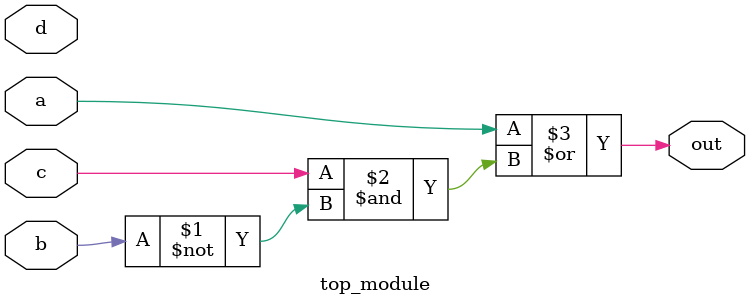
<source format=v>
module top_module(
    input a,b,c,d,
    output out ); 
	assign out = a | c&~b;
endmodule

</source>
